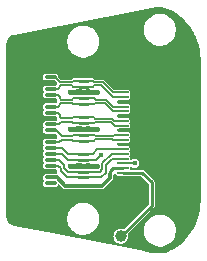
<source format=gbr>
%TF.GenerationSoftware,KiCad,Pcbnew,8.99.0-344-gfbc433deaa*%
%TF.CreationDate,2024-04-11T03:20:37-04:00*%
%TF.ProjectId,typeC,74797065-432e-46b6-9963-61645f706362,rev?*%
%TF.SameCoordinates,Original*%
%TF.FileFunction,Copper,L1,Top*%
%TF.FilePolarity,Positive*%
%FSLAX46Y46*%
G04 Gerber Fmt 4.6, Leading zero omitted, Abs format (unit mm)*
G04 Created by KiCad (PCBNEW 8.99.0-344-gfbc433deaa) date 2024-04-11 03:20:37*
%MOMM*%
%LPD*%
G01*
G04 APERTURE LIST*
G04 Aperture macros list*
%AMRoundRect*
0 Rectangle with rounded corners*
0 $1 Rounding radius*
0 $2 $3 $4 $5 $6 $7 $8 $9 X,Y pos of 4 corners*
0 Add a 4 corners polygon primitive as box body*
4,1,4,$2,$3,$4,$5,$6,$7,$8,$9,$2,$3,0*
0 Add four circle primitives for the rounded corners*
1,1,$1+$1,$2,$3*
1,1,$1+$1,$4,$5*
1,1,$1+$1,$6,$7*
1,1,$1+$1,$8,$9*
0 Add four rect primitives between the rounded corners*
20,1,$1+$1,$2,$3,$4,$5,0*
20,1,$1+$1,$4,$5,$6,$7,0*
20,1,$1+$1,$6,$7,$8,$9,0*
20,1,$1+$1,$8,$9,$2,$3,0*%
G04 Aperture macros list end*
%TA.AperFunction,ComponentPad*%
%ADD10O,1.700000X1.200000*%
%TD*%
%TA.AperFunction,ComponentPad*%
%ADD11O,1.900000X1.200000*%
%TD*%
%TA.AperFunction,SMDPad,CuDef*%
%ADD12RoundRect,0.092000X0.408000X-0.023000X0.408000X0.023000X-0.408000X0.023000X-0.408000X-0.023000X0*%
%TD*%
%TA.AperFunction,SMDPad,CuDef*%
%ADD13RoundRect,0.062500X-0.250000X0.062500X-0.250000X-0.062500X0.250000X-0.062500X0.250000X0.062500X0*%
%TD*%
%TA.AperFunction,SMDPad,CuDef*%
%ADD14RoundRect,0.112500X-0.237500X0.112500X-0.237500X-0.112500X0.237500X-0.112500X0.237500X0.112500X0*%
%TD*%
%TA.AperFunction,SMDPad,CuDef*%
%ADD15RoundRect,0.112500X-0.175000X0.112500X-0.175000X-0.112500X0.175000X-0.112500X0.175000X0.112500X0*%
%TD*%
%TA.AperFunction,SMDPad,CuDef*%
%ADD16RoundRect,0.075000X-0.425000X0.075000X-0.425000X-0.075000X0.425000X-0.075000X0.425000X0.075000X0*%
%TD*%
%TA.AperFunction,SMDPad,CuDef*%
%ADD17RoundRect,0.325000X-0.325000X-0.675000X0.325000X-0.675000X0.325000X0.675000X-0.325000X0.675000X0*%
%TD*%
%TA.AperFunction,SMDPad,CuDef*%
%ADD18C,1.000000*%
%TD*%
%TA.AperFunction,ViaPad*%
%ADD19C,0.450000*%
%TD*%
%TA.AperFunction,Conductor*%
%ADD20C,0.127000*%
%TD*%
%TA.AperFunction,Conductor*%
%ADD21C,0.254000*%
%TD*%
%TA.AperFunction,Conductor*%
%ADD22C,0.304800*%
%TD*%
%TA.AperFunction,Conductor*%
%ADD23C,0.406400*%
%TD*%
G04 APERTURE END LIST*
D10*
%TO.P,J3,SH,SH*%
%TO.N,GND*%
X179150000Y-92570000D03*
X179150000Y-103430000D03*
D11*
X174650000Y-92570000D03*
X174650000Y-103430000D03*
D12*
%TO.P,J3,19,HPD*%
%TO.N,Net-(J3-HPD)*%
X173600000Y-101600000D03*
%TO.P,J3,18,+5V*%
%TO.N,+5V*%
X173600000Y-101200000D03*
%TO.P,J3,17,UTILITY*%
%TO.N,UTL*%
X173600000Y-100800000D03*
%TO.P,J3,16,SDA*%
%TO.N,SDA*%
X173600000Y-100400000D03*
%TO.P,J3,15,SCL*%
%TO.N,SCL*%
X173600000Y-100000000D03*
%TO.P,J3,14,CEC*%
%TO.N,CEC*%
X173600000Y-99600000D03*
%TO.P,J3,13,GND*%
%TO.N,GND*%
X173600000Y-99200000D03*
%TO.P,J3,12,CK-*%
%TO.N,TMDSClk-*%
X173600000Y-98800000D03*
%TO.P,J3,11,CK+*%
%TO.N,TMDSClk+*%
X173600000Y-98400000D03*
%TO.P,J3,10,CKS*%
%TO.N,GND*%
X173600000Y-98000000D03*
%TO.P,J3,9,D0-*%
%TO.N,TMDS0-*%
X173600000Y-97600000D03*
%TO.P,J3,8,D0+*%
%TO.N,TMDS0+*%
X173600000Y-97200000D03*
%TO.P,J3,7,D0S*%
%TO.N,GND*%
X173600000Y-96800000D03*
%TO.P,J3,6,D1-*%
%TO.N,TMDS1-*%
X173600000Y-96400000D03*
%TO.P,J3,5,D1+*%
%TO.N,TMDS1+*%
X173600000Y-96000000D03*
%TO.P,J3,4,D1S*%
%TO.N,GND*%
X173600000Y-95600000D03*
%TO.P,J3,3,D2-*%
%TO.N,TMDS2-*%
X173600000Y-95200000D03*
%TO.P,J3,2,D2+*%
%TO.N,TMDS2+*%
X173600000Y-94800000D03*
%TO.P,J3,1,D2S*%
%TO.N,GND*%
X173600000Y-94400000D03*
%TD*%
D13*
%TO.P,U3,1*%
%TO.N,CEC*%
X169850000Y-100000000D03*
%TO.P,U3,2*%
%TO.N,UTL*%
X169850000Y-100500000D03*
D14*
%TO.P,U3,3,VSS*%
%TO.N,GND*%
X169887500Y-101000000D03*
D13*
%TO.P,U3,4*%
%TO.N,SCL*%
X169850000Y-101500000D03*
%TO.P,U3,5*%
%TO.N,SDA*%
X169850000Y-102000000D03*
%TO.P,U3,6,NC*%
X170625000Y-102000000D03*
%TO.P,U3,7,NC*%
%TO.N,SCL*%
X170625000Y-101500000D03*
D15*
%TO.P,U3,8,VSS*%
%TO.N,GND*%
X170650000Y-101000000D03*
D13*
%TO.P,U3,9,NC*%
%TO.N,UTL*%
X170625000Y-100500000D03*
%TO.P,U3,10,NC*%
%TO.N,CEC*%
X170625000Y-100000000D03*
%TD*%
%TO.P,U2,1*%
%TO.N,TMDS0+*%
X169875000Y-96900000D03*
%TO.P,U2,2*%
%TO.N,TMDS0-*%
X169875000Y-97400000D03*
D14*
%TO.P,U2,3,VSS*%
%TO.N,GND*%
X169912500Y-97900000D03*
D13*
%TO.P,U2,4*%
%TO.N,TMDSClk+*%
X169875000Y-98400000D03*
%TO.P,U2,5*%
%TO.N,TMDSClk-*%
X169875000Y-98900000D03*
%TO.P,U2,6,NC*%
X170650000Y-98900000D03*
%TO.P,U2,7,NC*%
%TO.N,TMDSClk+*%
X170650000Y-98400000D03*
D15*
%TO.P,U2,8,VSS*%
%TO.N,GND*%
X170675000Y-97900000D03*
D13*
%TO.P,U2,9,NC*%
%TO.N,TMDS0-*%
X170650000Y-97400000D03*
%TO.P,U2,10,NC*%
%TO.N,TMDS0+*%
X170650000Y-96900000D03*
%TD*%
%TO.P,U1,1*%
%TO.N,TMDS2+*%
X169862500Y-93800000D03*
%TO.P,U1,2*%
%TO.N,TMDS2-*%
X169862500Y-94300000D03*
D14*
%TO.P,U1,3,VSS*%
%TO.N,GND*%
X169900000Y-94800000D03*
D13*
%TO.P,U1,4*%
%TO.N,TMDS1+*%
X169862500Y-95300000D03*
%TO.P,U1,5*%
%TO.N,TMDS1-*%
X169862500Y-95800000D03*
%TO.P,U1,6,NC*%
X170637500Y-95800000D03*
%TO.P,U1,7,NC*%
%TO.N,TMDS1+*%
X170637500Y-95300000D03*
D15*
%TO.P,U1,8,VSS*%
%TO.N,GND*%
X170662500Y-94800000D03*
D13*
%TO.P,U1,9,NC*%
%TO.N,TMDS2-*%
X170637500Y-94300000D03*
%TO.P,U1,10,NC*%
%TO.N,TMDS2+*%
X170637500Y-93800000D03*
%TD*%
D16*
%TO.P,J2,1,1*%
%TO.N,TMDS2+*%
X167500000Y-93500000D03*
%TO.P,J2,2,2*%
%TO.N,GND*%
X167500000Y-94000000D03*
%TO.P,J2,3,3*%
%TO.N,TMDS2-*%
X167500000Y-94500000D03*
%TO.P,J2,4,4*%
%TO.N,TMDS1+*%
X167500000Y-95000000D03*
%TO.P,J2,5,5*%
%TO.N,GND*%
X167500000Y-95500000D03*
%TO.P,J2,6,6*%
%TO.N,TMDS1-*%
X167500000Y-96000000D03*
%TO.P,J2,7,7*%
%TO.N,TMDS0+*%
X167500000Y-96500000D03*
%TO.P,J2,8,8*%
%TO.N,GND*%
X167500000Y-97000000D03*
%TO.P,J2,9,9*%
%TO.N,TMDS0-*%
X167500000Y-97500000D03*
%TO.P,J2,10,10*%
%TO.N,TMDSClk+*%
X167500000Y-98000000D03*
%TO.P,J2,11,11*%
%TO.N,GND*%
X167500000Y-98500000D03*
%TO.P,J2,12,12*%
%TO.N,TMDSClk-*%
X167500000Y-99000000D03*
%TO.P,J2,13,13*%
%TO.N,CEC*%
X167500000Y-99500000D03*
%TO.P,J2,14,14*%
%TO.N,UTL*%
X167500000Y-100000000D03*
%TO.P,J2,15,15*%
%TO.N,SCL*%
X167500000Y-100500000D03*
%TO.P,J2,16,16*%
%TO.N,SDA*%
X167500000Y-101000000D03*
%TO.P,J2,17,17*%
%TO.N,GND*%
X167500000Y-101500000D03*
%TO.P,J2,18,18*%
%TO.N,+5V*%
X167500000Y-102000000D03*
%TO.P,J2,19,19*%
%TO.N,unconnected-(J2-Pad19)*%
X167500000Y-102500000D03*
D17*
%TO.P,J2,MP1,MP1*%
%TO.N,GND*%
X164800000Y-91200000D03*
%TO.P,J2,MP2,MP2*%
X164800000Y-104800000D03*
%TD*%
D18*
%TO.P,HPD1,1,1*%
%TO.N,Net-(J3-HPD)*%
X173438318Y-106991566D03*
%TD*%
D19*
%TO.N,GND*%
X175134020Y-107650075D03*
X174751883Y-88670615D03*
X168250000Y-90000000D03*
X167848915Y-106073925D03*
X171971781Y-106874535D03*
X178850000Y-101600000D03*
X176650000Y-100300000D03*
X178750000Y-98400000D03*
X176650000Y-97100000D03*
X174500000Y-94400000D03*
X174500000Y-95600000D03*
X174500000Y-96800000D03*
X174500000Y-98000000D03*
X174500000Y-99200000D03*
%TO.N,UTL*%
X174600000Y-100800000D03*
X171750000Y-100100000D03*
%TO.N,GND*%
X174650000Y-91200000D03*
X176650000Y-94400000D03*
X172130000Y-103910000D03*
X172350000Y-89000000D03*
X166600000Y-97000000D03*
X166600000Y-95500000D03*
X168480000Y-92500000D03*
X164850000Y-97330000D03*
X166600000Y-98500000D03*
X166190000Y-92440000D03*
X171400000Y-97900000D03*
X166600000Y-101500000D03*
X164830000Y-99920000D03*
X179020000Y-106260000D03*
X169100000Y-94800000D03*
X165530000Y-102750000D03*
X166600000Y-94000000D03*
X168220000Y-103810000D03*
X166130000Y-105130000D03*
X178850000Y-95500000D03*
X179200000Y-91200000D03*
X171400000Y-101000000D03*
X169100000Y-101000000D03*
X171400000Y-94800000D03*
X164850000Y-94780000D03*
X172000000Y-92500000D03*
X174450000Y-104800000D03*
X169100000Y-97900000D03*
X166100000Y-90430000D03*
X178350000Y-89100000D03*
%TD*%
D20*
%TO.N,UTL*%
X171350000Y-100500000D02*
X170625000Y-100500000D01*
X171750000Y-100100000D02*
X171350000Y-100500000D01*
%TO.N,SDA*%
X172700000Y-100400000D02*
X173600000Y-100400000D01*
X172150000Y-100950000D02*
X172700000Y-100400000D01*
X171750000Y-102000000D02*
X172150000Y-101600000D01*
X170625000Y-102000000D02*
X171750000Y-102000000D01*
X172150000Y-101600000D02*
X172150000Y-100950000D01*
%TO.N,SCL*%
X171650000Y-101500000D02*
X170625000Y-101500000D01*
X171866699Y-101283301D02*
X171650000Y-101500000D01*
X171866699Y-100783301D02*
X171866699Y-101283301D01*
X172650000Y-100000000D02*
X171866699Y-100783301D01*
X173600000Y-100000000D02*
X172650000Y-100000000D01*
%TO.N,TMDS0-*%
X171160000Y-97400000D02*
X170650000Y-97400000D01*
X171280000Y-97280000D02*
X171160000Y-97400000D01*
X172940790Y-97600000D02*
X172620790Y-97280000D01*
X173450000Y-97600000D02*
X172940790Y-97600000D01*
X172620790Y-97280000D02*
X171280000Y-97280000D01*
%TO.N,TMDS0+*%
X172900000Y-97200000D02*
X173450000Y-97200000D01*
X172720000Y-97020000D02*
X172900000Y-97200000D01*
X171274000Y-97020000D02*
X172720000Y-97020000D01*
X171154000Y-96900000D02*
X171274000Y-97020000D01*
X170650000Y-96900000D02*
X171154000Y-96900000D01*
%TO.N,TMDSClk-*%
X172750000Y-98750000D02*
X171280000Y-98750000D01*
X172800000Y-98800000D02*
X172750000Y-98750000D01*
X173450000Y-98800000D02*
X172800000Y-98800000D01*
X171280000Y-98750000D02*
X171130000Y-98900000D01*
X171130000Y-98900000D02*
X170650000Y-98900000D01*
%TO.N,TMDSClk+*%
X172846000Y-98400000D02*
X173450000Y-98400000D01*
X172750000Y-98496000D02*
X172846000Y-98400000D01*
X171296000Y-98496000D02*
X172750000Y-98496000D01*
X171200000Y-98400000D02*
X171296000Y-98496000D01*
X170650000Y-98400000D02*
X171200000Y-98400000D01*
%TO.N,TMDS2+*%
X172750000Y-94800000D02*
X173600000Y-94800000D01*
X171200000Y-93946000D02*
X171896000Y-93946000D01*
X171054000Y-93800000D02*
X171200000Y-93946000D01*
X170637500Y-93800000D02*
X171054000Y-93800000D01*
X171896000Y-93946000D02*
X172750000Y-94800000D01*
%TO.N,TMDS2-*%
X171200000Y-94200000D02*
X171100000Y-94300000D01*
X171790790Y-94200000D02*
X171200000Y-94200000D01*
X172790790Y-95200000D02*
X171790790Y-94200000D01*
X171100000Y-94300000D02*
X170637500Y-94300000D01*
X173600000Y-95200000D02*
X172790790Y-95200000D01*
%TO.N,TMDS1+*%
X172750000Y-96000000D02*
X173600000Y-96000000D01*
X172196000Y-95446000D02*
X172750000Y-96000000D01*
X171300000Y-95446000D02*
X172196000Y-95446000D01*
X171154000Y-95300000D02*
X171300000Y-95446000D01*
X170637500Y-95300000D02*
X171154000Y-95300000D01*
%TO.N,TMDS1-*%
X171200000Y-95800000D02*
X170637500Y-95800000D01*
X172090790Y-95700000D02*
X171300000Y-95700000D01*
X172790790Y-96400000D02*
X172090790Y-95700000D01*
X171300000Y-95700000D02*
X171200000Y-95800000D01*
X173600000Y-96400000D02*
X172790790Y-96400000D01*
D21*
%TO.N,GND*%
X173600000Y-96800000D02*
X174350000Y-96800000D01*
X173600000Y-98000000D02*
X174350000Y-98000000D01*
X173600000Y-99200000D02*
X174350000Y-99200000D01*
D20*
%TO.N,CEC*%
X171450000Y-99600000D02*
X173600000Y-99600000D01*
X171050000Y-100000000D02*
X171450000Y-99600000D01*
X170625000Y-100000000D02*
X171050000Y-100000000D01*
%TO.N,UTL*%
X173600000Y-100800000D02*
X174450000Y-100800000D01*
D21*
%TO.N,+5V*%
X172525858Y-101424142D02*
X172525858Y-101700000D01*
X172750000Y-101200000D02*
X172525858Y-101424142D01*
X173600000Y-101200000D02*
X172750000Y-101200000D01*
%TO.N,Net-(J3-HPD)*%
X176050000Y-102400000D02*
X176050000Y-104379884D01*
X176050000Y-104379884D02*
X173438318Y-106991566D01*
X175250000Y-101600000D02*
X176050000Y-102400000D01*
X173600000Y-101600000D02*
X175250000Y-101600000D01*
%TO.N,GND*%
X173450000Y-94400000D02*
X174350000Y-94400000D01*
X173450000Y-95600000D02*
X174350000Y-95600000D01*
D22*
%TO.N,+5V*%
X172525858Y-102024142D02*
X172525858Y-101700000D01*
X171850000Y-102700000D02*
X172525858Y-102024142D01*
X168750000Y-102700000D02*
X171850000Y-102700000D01*
X168050000Y-102000000D02*
X168750000Y-102700000D01*
X167500000Y-102000000D02*
X168050000Y-102000000D01*
D20*
%TO.N,TMDS2+*%
X169446000Y-93800000D02*
X169862500Y-93800000D01*
X168323552Y-93946000D02*
X169300000Y-93946000D01*
D21*
X169862500Y-93800000D02*
X170637500Y-93800000D01*
D20*
X169300000Y-93946000D02*
X169446000Y-93800000D01*
X167500000Y-93500000D02*
X167877552Y-93500000D01*
X167877552Y-93500000D02*
X168323552Y-93946000D01*
%TO.N,TMDS2-*%
X168100000Y-94500000D02*
X168400000Y-94200000D01*
D21*
X169862500Y-94300000D02*
X170637500Y-94300000D01*
D20*
X167500000Y-94500000D02*
X168100000Y-94500000D01*
X169300000Y-94200000D02*
X169400000Y-94300000D01*
X169400000Y-94300000D02*
X169862500Y-94300000D01*
X168400000Y-94200000D02*
X169300000Y-94200000D01*
%TO.N,TMDS0-*%
X169400000Y-97400000D02*
X169875000Y-97400000D01*
D21*
X169875000Y-97400000D02*
X170650000Y-97400000D01*
D20*
X168400000Y-97300000D02*
X169300000Y-97300000D01*
X169300000Y-97300000D02*
X169400000Y-97400000D01*
X168200000Y-97500000D02*
X168400000Y-97300000D01*
X167500000Y-97500000D02*
X168200000Y-97500000D01*
D21*
%TO.N,TMDSClk-*%
X169875000Y-98900000D02*
X170650000Y-98900000D01*
D20*
X169300000Y-98800000D02*
X169400000Y-98900000D01*
X169400000Y-98900000D02*
X169875000Y-98900000D01*
X168220000Y-99000000D02*
X168420000Y-98800000D01*
X167500000Y-99000000D02*
X168220000Y-99000000D01*
X168420000Y-98800000D02*
X169300000Y-98800000D01*
D23*
%TO.N,GND*%
X170675000Y-97900000D02*
X171400000Y-97900000D01*
X169900000Y-94800000D02*
X170662500Y-94800000D01*
X169887500Y-101000000D02*
X170650000Y-101000000D01*
X170662500Y-94800000D02*
X171400000Y-94800000D01*
X169912500Y-97900000D02*
X170675000Y-97900000D01*
D22*
X167500000Y-94000000D02*
X166600000Y-94000000D01*
D23*
X169887500Y-101000000D02*
X169100000Y-101000000D01*
X169900000Y-94800000D02*
X169100000Y-94800000D01*
D22*
X167500000Y-95500000D02*
X166600000Y-95500000D01*
D23*
X170650000Y-101000000D02*
X171400000Y-101000000D01*
D22*
X167500000Y-97000000D02*
X166600000Y-97000000D01*
D23*
X169912500Y-97900000D02*
X169100000Y-97900000D01*
D22*
X167500000Y-101500000D02*
X166600000Y-101500000D01*
X167500000Y-98500000D02*
X166600000Y-98500000D01*
D21*
%TO.N,TMDSClk+*%
X169875000Y-98400000D02*
X170650000Y-98400000D01*
D20*
X168420000Y-98500000D02*
X167920000Y-98000000D01*
X169400000Y-98400000D02*
X169300000Y-98500000D01*
X169300000Y-98500000D02*
X168420000Y-98500000D01*
X167920000Y-98000000D02*
X167500000Y-98000000D01*
X169875000Y-98400000D02*
X169400000Y-98400000D01*
%TO.N,SCL*%
X168200000Y-100500000D02*
X168636500Y-100936500D01*
X168944512Y-101500000D02*
X169850000Y-101500000D01*
X168636500Y-101191988D02*
X168944512Y-101500000D01*
X168636500Y-100936500D02*
X168636500Y-101191988D01*
X167500000Y-100500000D02*
X168200000Y-100500000D01*
D21*
X169850000Y-101500000D02*
X170625000Y-101500000D01*
D20*
%TO.N,SDA*%
X168346000Y-101200000D02*
X168346000Y-101446000D01*
X168146000Y-101000000D02*
X168346000Y-101200000D01*
D21*
X169850000Y-102000000D02*
X170625000Y-102000000D01*
D20*
X168346000Y-101446000D02*
X168900000Y-102000000D01*
X168900000Y-102000000D02*
X169850000Y-102000000D01*
X167500000Y-101000000D02*
X168146000Y-101000000D01*
%TO.N,TMDS1-*%
X168100000Y-96000000D02*
X168400000Y-95700000D01*
X169400000Y-95800000D02*
X169862500Y-95800000D01*
X169300000Y-95700000D02*
X169400000Y-95800000D01*
X167500000Y-96000000D02*
X168100000Y-96000000D01*
X168400000Y-95700000D02*
X169300000Y-95700000D01*
D21*
X169862500Y-95800000D02*
X170637500Y-95800000D01*
D20*
%TO.N,TMDS0+*%
X168300000Y-96900000D02*
X168300000Y-96700000D01*
X169875000Y-96900000D02*
X169400000Y-96900000D01*
X169300000Y-97000000D02*
X168400000Y-97000000D01*
X168100000Y-96500000D02*
X167500000Y-96500000D01*
X169400000Y-96900000D02*
X169300000Y-97000000D01*
X168400000Y-97000000D02*
X168300000Y-96900000D01*
D21*
X169875000Y-96900000D02*
X170650000Y-96900000D01*
D20*
X168300000Y-96700000D02*
X168100000Y-96500000D01*
%TO.N,TMDS1+*%
X168400000Y-95400000D02*
X168275532Y-95275532D01*
X169300000Y-95400000D02*
X168400000Y-95400000D01*
X168275532Y-95275532D02*
X168275532Y-95145271D01*
X168130261Y-95000000D02*
X167500000Y-95000000D01*
D21*
X169862500Y-95300000D02*
X170637500Y-95300000D01*
D20*
X168275532Y-95145271D02*
X168130261Y-95000000D01*
X169862500Y-95300000D02*
X169400000Y-95300000D01*
X169400000Y-95300000D02*
X169300000Y-95400000D01*
%TO.N,CEC*%
X167500000Y-99500000D02*
X168500000Y-99500000D01*
X169000000Y-100000000D02*
X169850000Y-100000000D01*
D21*
X169850000Y-100000000D02*
X170625000Y-100000000D01*
D20*
X168500000Y-99500000D02*
X169000000Y-100000000D01*
%TO.N,UTL*%
X168940790Y-100500000D02*
X169850000Y-100500000D01*
X168440790Y-100000000D02*
X168940790Y-100500000D01*
X167500000Y-100000000D02*
X168440790Y-100000000D01*
D21*
X169850000Y-100500000D02*
X170625000Y-100500000D01*
%TD*%
%TA.AperFunction,Conductor*%
%TO.N,GND*%
G36*
X176604446Y-87583439D02*
G01*
X176877317Y-87600298D01*
X176883633Y-87601013D01*
X177153362Y-87645551D01*
X177159578Y-87646906D01*
X177423385Y-87718663D01*
X177429424Y-87720642D01*
X177595416Y-87784550D01*
X177684543Y-87818866D01*
X177690362Y-87821454D01*
X177821773Y-87888116D01*
X177934161Y-87945129D01*
X177939680Y-87948291D01*
X178169644Y-88096144D01*
X178174803Y-88099845D01*
X178361092Y-88248446D01*
X178389468Y-88271081D01*
X178391907Y-88273130D01*
X178560846Y-88422594D01*
X178560846Y-88422595D01*
X178593454Y-88451445D01*
X178595397Y-88453238D01*
X178881785Y-88729074D01*
X178885436Y-88732901D01*
X179146598Y-89030961D01*
X179149912Y-89035083D01*
X179384933Y-89354150D01*
X179387887Y-89358537D01*
X179491493Y-89527440D01*
X179548397Y-89620208D01*
X179595100Y-89696344D01*
X179597668Y-89700960D01*
X179655586Y-89816241D01*
X179775574Y-90055071D01*
X179777746Y-90059893D01*
X179925074Y-90427773D01*
X179926831Y-90432762D01*
X180042528Y-90811780D01*
X180043856Y-90816897D01*
X180051075Y-90850498D01*
X180127095Y-91204351D01*
X180127986Y-91209564D01*
X180178169Y-91602661D01*
X180178616Y-91607932D01*
X180182862Y-91708215D01*
X180188888Y-91850500D01*
X180195444Y-92005295D01*
X180195500Y-92007939D01*
X180195500Y-103992172D01*
X180195444Y-103994816D01*
X180178621Y-104392067D01*
X180178174Y-104397338D01*
X180127991Y-104790436D01*
X180127100Y-104795649D01*
X180043861Y-105183101D01*
X180042532Y-105188220D01*
X179926835Y-105567239D01*
X179925078Y-105572228D01*
X179777751Y-105940108D01*
X179775579Y-105944930D01*
X179597673Y-106299040D01*
X179595101Y-106303661D01*
X179387895Y-106641460D01*
X179384941Y-106645848D01*
X179149916Y-106964919D01*
X179146602Y-106969041D01*
X178885440Y-107267101D01*
X178881789Y-107270928D01*
X178595483Y-107546685D01*
X178593540Y-107548479D01*
X178427661Y-107695235D01*
X178427655Y-107695240D01*
X178400893Y-107718918D01*
X178400888Y-107718922D01*
X178392181Y-107726624D01*
X178389748Y-107728668D01*
X178174794Y-107900151D01*
X178169619Y-107903865D01*
X177939680Y-108051713D01*
X177934155Y-108054880D01*
X177690356Y-108178564D01*
X177684537Y-108181152D01*
X177429424Y-108279380D01*
X177423371Y-108281363D01*
X177159578Y-108353120D01*
X177153356Y-108354476D01*
X176883636Y-108399015D01*
X176877307Y-108399731D01*
X176604451Y-108416590D01*
X176598083Y-108416658D01*
X176324935Y-108405662D01*
X176318592Y-108405082D01*
X176046915Y-108366191D01*
X176043777Y-108365660D01*
X176026140Y-108362211D01*
X176026138Y-108362209D01*
X176026138Y-108362210D01*
X176019673Y-108360946D01*
X175997823Y-108356672D01*
X175997812Y-108356671D01*
X175094487Y-108180006D01*
X167227584Y-106641460D01*
X164359934Y-106080628D01*
X164353966Y-106079153D01*
X164222516Y-106039706D01*
X164211157Y-106035037D01*
X164092696Y-105972102D01*
X164082470Y-105965303D01*
X163978603Y-105880421D01*
X163969902Y-105871753D01*
X163884631Y-105768188D01*
X163877795Y-105757986D01*
X163814427Y-105639759D01*
X163809717Y-105628418D01*
X163802986Y-105606284D01*
X168899500Y-105606284D01*
X168899501Y-105606300D01*
X168932753Y-105816240D01*
X168932753Y-105816241D01*
X168998442Y-106018410D01*
X168998446Y-106018418D01*
X169094949Y-106207817D01*
X169219897Y-106379794D01*
X169370205Y-106530102D01*
X169542182Y-106655050D01*
X169542184Y-106655051D01*
X169731588Y-106751557D01*
X169933757Y-106817246D01*
X170022244Y-106831261D01*
X170143699Y-106850498D01*
X170143705Y-106850498D01*
X170143713Y-106850500D01*
X170143715Y-106850500D01*
X170356285Y-106850500D01*
X170356287Y-106850500D01*
X170566243Y-106817246D01*
X170768412Y-106751557D01*
X170957816Y-106655051D01*
X171129792Y-106530104D01*
X171280104Y-106379792D01*
X171405051Y-106207816D01*
X171501557Y-106018412D01*
X171567246Y-105816243D01*
X171600500Y-105606287D01*
X171600500Y-105393713D01*
X171592831Y-105345296D01*
X171567246Y-105183759D01*
X171567246Y-105183758D01*
X171566920Y-105182753D01*
X171501557Y-104981588D01*
X171405051Y-104792184D01*
X171280104Y-104620208D01*
X171280102Y-104620205D01*
X171129794Y-104469897D01*
X170957817Y-104344949D01*
X170768418Y-104248446D01*
X170768410Y-104248442D01*
X170566241Y-104182753D01*
X170356300Y-104149501D01*
X170356288Y-104149500D01*
X170356287Y-104149500D01*
X170143713Y-104149500D01*
X170143711Y-104149500D01*
X170143699Y-104149501D01*
X169933759Y-104182753D01*
X169933758Y-104182753D01*
X169731589Y-104248442D01*
X169731581Y-104248446D01*
X169542182Y-104344949D01*
X169370205Y-104469897D01*
X169219897Y-104620205D01*
X169094949Y-104792182D01*
X168998446Y-104981581D01*
X168998442Y-104981589D01*
X168932753Y-105183758D01*
X168932753Y-105183759D01*
X168899501Y-105393699D01*
X168899500Y-105393715D01*
X168899500Y-105606284D01*
X163802986Y-105606284D01*
X163770689Y-105500080D01*
X163768287Y-105488036D01*
X163754802Y-105351436D01*
X163754500Y-105345296D01*
X163754500Y-102594944D01*
X166872500Y-102594944D01*
X166884248Y-102654010D01*
X166884249Y-102654012D01*
X166929006Y-102720994D01*
X166995988Y-102765751D01*
X167055056Y-102777500D01*
X167055057Y-102777500D01*
X167944943Y-102777500D01*
X167944944Y-102777500D01*
X168004012Y-102765751D01*
X168070994Y-102720994D01*
X168115751Y-102654012D01*
X168124864Y-102608195D01*
X168151438Y-102568423D01*
X168198354Y-102559090D01*
X168230356Y-102576195D01*
X168375154Y-102720993D01*
X168578137Y-102923976D01*
X168599411Y-102936257D01*
X168614987Y-102945250D01*
X168614988Y-102945251D01*
X168641963Y-102960825D01*
X168713144Y-102979899D01*
X168713150Y-102979900D01*
X171886850Y-102979900D01*
X171886855Y-102979899D01*
X171908002Y-102974232D01*
X171958037Y-102960825D01*
X172021862Y-102923976D01*
X172749834Y-102196004D01*
X172786683Y-102132179D01*
X172805758Y-102060992D01*
X172805758Y-101987292D01*
X172805758Y-101766137D01*
X172824064Y-101721943D01*
X172867661Y-101703640D01*
X172947382Y-101702881D01*
X172991747Y-101720765D01*
X172999943Y-101730655D01*
X173033749Y-101781250D01*
X173106353Y-101829763D01*
X173106355Y-101829764D01*
X173170383Y-101842500D01*
X173507973Y-101842499D01*
X173531890Y-101847256D01*
X173549377Y-101854500D01*
X175118694Y-101854500D01*
X175162888Y-101872806D01*
X175777194Y-102487112D01*
X175795500Y-102531306D01*
X175795500Y-104248577D01*
X175777194Y-104292771D01*
X173692979Y-106376985D01*
X173648785Y-106395291D01*
X173633828Y-106393475D01*
X173514513Y-106364066D01*
X173514510Y-106364066D01*
X173362126Y-106364066D01*
X173362123Y-106364066D01*
X173214168Y-106400534D01*
X173079239Y-106471349D01*
X172965179Y-106572398D01*
X172965175Y-106572402D01*
X172878614Y-106697806D01*
X172852775Y-106765940D01*
X172824578Y-106840291D01*
X172824576Y-106840295D01*
X172824575Y-106840299D01*
X172806209Y-106991562D01*
X172806209Y-106991569D01*
X172824575Y-107142832D01*
X172824576Y-107142836D01*
X172824576Y-107142837D01*
X172824577Y-107142840D01*
X172867245Y-107255348D01*
X172878614Y-107285325D01*
X172965175Y-107410729D01*
X172965178Y-107410732D01*
X173079239Y-107511782D01*
X173214169Y-107582598D01*
X173362126Y-107619066D01*
X173362128Y-107619066D01*
X173514508Y-107619066D01*
X173514510Y-107619066D01*
X173662467Y-107582598D01*
X173797397Y-107511782D01*
X173911458Y-107410732D01*
X173998023Y-107285322D01*
X174052059Y-107142840D01*
X174067167Y-107018418D01*
X174070427Y-106991569D01*
X174070427Y-106991562D01*
X174052060Y-106840299D01*
X174052059Y-106840295D01*
X174052059Y-106840292D01*
X174038190Y-106803722D01*
X174039634Y-106755910D01*
X174052431Y-106737369D01*
X174183516Y-106606284D01*
X175399500Y-106606284D01*
X175399501Y-106606300D01*
X175432753Y-106816240D01*
X175432753Y-106816241D01*
X175498442Y-107018410D01*
X175498446Y-107018418D01*
X175594949Y-107207817D01*
X175719897Y-107379794D01*
X175870205Y-107530102D01*
X176042182Y-107655050D01*
X176042184Y-107655051D01*
X176231588Y-107751557D01*
X176433757Y-107817246D01*
X176522244Y-107831261D01*
X176643699Y-107850498D01*
X176643705Y-107850498D01*
X176643713Y-107850500D01*
X176643715Y-107850500D01*
X176856285Y-107850500D01*
X176856287Y-107850500D01*
X177066243Y-107817246D01*
X177268412Y-107751557D01*
X177457816Y-107655051D01*
X177629792Y-107530104D01*
X177780104Y-107379792D01*
X177905051Y-107207816D01*
X178001557Y-107018412D01*
X178067246Y-106816243D01*
X178100500Y-106606287D01*
X178100500Y-106393713D01*
X178100462Y-106393475D01*
X178071057Y-106207817D01*
X178067246Y-106183757D01*
X178001557Y-105981588D01*
X177905051Y-105792184D01*
X177884159Y-105763429D01*
X177780102Y-105620205D01*
X177629794Y-105469897D01*
X177457817Y-105344949D01*
X177268418Y-105248446D01*
X177268410Y-105248442D01*
X177066241Y-105182753D01*
X176856300Y-105149501D01*
X176856288Y-105149500D01*
X176856287Y-105149500D01*
X176643713Y-105149500D01*
X176643711Y-105149500D01*
X176643699Y-105149501D01*
X176433759Y-105182753D01*
X176433758Y-105182753D01*
X176231589Y-105248442D01*
X176231581Y-105248446D01*
X176042182Y-105344949D01*
X175870205Y-105469897D01*
X175719897Y-105620205D01*
X175594949Y-105792182D01*
X175498446Y-105981581D01*
X175498442Y-105981589D01*
X175432753Y-106183758D01*
X175432753Y-106183759D01*
X175399501Y-106393699D01*
X175399500Y-106393715D01*
X175399500Y-106606284D01*
X174183516Y-106606284D01*
X176185371Y-104604428D01*
X176185374Y-104604427D01*
X176194162Y-104595639D01*
X176194163Y-104595639D01*
X176265755Y-104524047D01*
X176304500Y-104430507D01*
X176304500Y-102457904D01*
X176304501Y-102457895D01*
X176304501Y-102349377D01*
X176304500Y-102349374D01*
X176265757Y-102255840D01*
X176265753Y-102255835D01*
X175394164Y-101384246D01*
X175394163Y-101384245D01*
X175300623Y-101345500D01*
X175300622Y-101345500D01*
X174283590Y-101345500D01*
X174239396Y-101327194D01*
X174221090Y-101283000D01*
X174222291Y-101270808D01*
X174227499Y-101244620D01*
X174227500Y-101244617D01*
X174227499Y-101155384D01*
X174227498Y-101155382D01*
X174227198Y-101152331D01*
X174228324Y-101152219D01*
X174236916Y-101108965D01*
X174276682Y-101082377D01*
X174323601Y-101091696D01*
X174333087Y-101099479D01*
X174361658Y-101128050D01*
X174474696Y-101185646D01*
X174600000Y-101205492D01*
X174725304Y-101185646D01*
X174838342Y-101128050D01*
X174928050Y-101038342D01*
X174985646Y-100925304D01*
X175005492Y-100800000D01*
X174985646Y-100674696D01*
X174928050Y-100561658D01*
X174838342Y-100471950D01*
X174725304Y-100414354D01*
X174600000Y-100394508D01*
X174474695Y-100414354D01*
X174474694Y-100414354D01*
X174361657Y-100471950D01*
X174333088Y-100500519D01*
X174288894Y-100518824D01*
X174244700Y-100500517D01*
X174226395Y-100456323D01*
X174227247Y-100447677D01*
X174227199Y-100447673D01*
X174227498Y-100444626D01*
X174227500Y-100444617D01*
X174227499Y-100355384D01*
X174214764Y-100291355D01*
X174176924Y-100234724D01*
X174167591Y-100187808D01*
X174176924Y-100165276D01*
X174189198Y-100146906D01*
X174214764Y-100108645D01*
X174227500Y-100044617D01*
X174227499Y-99955384D01*
X174214764Y-99891355D01*
X174176924Y-99834724D01*
X174167591Y-99787808D01*
X174176924Y-99765276D01*
X174189198Y-99746906D01*
X174214764Y-99708645D01*
X174227500Y-99644617D01*
X174227499Y-99555384D01*
X174214764Y-99491355D01*
X174214762Y-99491352D01*
X174166250Y-99418749D01*
X174093646Y-99370236D01*
X174093644Y-99370235D01*
X174029617Y-99357500D01*
X173295073Y-99357500D01*
X173250879Y-99339194D01*
X173232575Y-99295453D01*
X173232497Y-99284723D01*
X173231198Y-99105451D01*
X173249183Y-99061126D01*
X173293243Y-99042501D01*
X173293696Y-99042499D01*
X174029615Y-99042499D01*
X174029616Y-99042499D01*
X174093645Y-99029764D01*
X174166250Y-98981250D01*
X174214764Y-98908645D01*
X174227500Y-98844617D01*
X174227499Y-98755384D01*
X174214764Y-98691355D01*
X174176924Y-98634724D01*
X174167591Y-98587808D01*
X174176924Y-98565276D01*
X174189198Y-98546906D01*
X174214764Y-98508645D01*
X174227500Y-98444617D01*
X174227499Y-98355384D01*
X174214764Y-98291355D01*
X174197655Y-98265750D01*
X174166250Y-98218749D01*
X174093646Y-98170236D01*
X174093644Y-98170235D01*
X174029617Y-98157500D01*
X173286378Y-98157500D01*
X173242184Y-98139194D01*
X173223880Y-98095453D01*
X173222503Y-97905452D01*
X173240488Y-97861126D01*
X173284548Y-97842501D01*
X173285001Y-97842499D01*
X174029615Y-97842499D01*
X174029616Y-97842499D01*
X174093645Y-97829764D01*
X174166250Y-97781250D01*
X174214764Y-97708645D01*
X174227500Y-97644617D01*
X174227499Y-97555384D01*
X174214764Y-97491355D01*
X174176924Y-97434724D01*
X174167591Y-97387808D01*
X174176924Y-97365276D01*
X174189812Y-97345988D01*
X174214764Y-97308645D01*
X174227500Y-97244617D01*
X174227499Y-97155384D01*
X174214764Y-97091355D01*
X174214762Y-97091352D01*
X174166250Y-97018749D01*
X174093646Y-96970236D01*
X174093644Y-96970235D01*
X174029617Y-96957500D01*
X173277682Y-96957500D01*
X173233488Y-96939194D01*
X173215184Y-96895453D01*
X173213807Y-96705452D01*
X173231792Y-96661126D01*
X173275852Y-96642501D01*
X173276305Y-96642499D01*
X174029615Y-96642499D01*
X174029616Y-96642499D01*
X174093645Y-96629764D01*
X174166250Y-96581250D01*
X174214764Y-96508645D01*
X174227500Y-96444617D01*
X174227499Y-96355384D01*
X174214764Y-96291355D01*
X174176924Y-96234724D01*
X174167591Y-96187808D01*
X174176924Y-96165276D01*
X174189198Y-96146906D01*
X174214764Y-96108645D01*
X174227500Y-96044617D01*
X174227499Y-95955384D01*
X174214764Y-95891355D01*
X174184451Y-95845989D01*
X174166250Y-95818749D01*
X174093646Y-95770236D01*
X174093644Y-95770235D01*
X174029617Y-95757500D01*
X173268986Y-95757500D01*
X173224792Y-95739194D01*
X173206488Y-95695453D01*
X173205111Y-95505452D01*
X173223096Y-95461126D01*
X173267156Y-95442501D01*
X173267609Y-95442499D01*
X174029615Y-95442499D01*
X174029616Y-95442499D01*
X174093645Y-95429764D01*
X174166250Y-95381250D01*
X174214764Y-95308645D01*
X174227500Y-95244617D01*
X174227499Y-95155384D01*
X174214764Y-95091355D01*
X174176924Y-95034724D01*
X174167591Y-94987808D01*
X174176924Y-94965276D01*
X174189198Y-94946906D01*
X174214764Y-94908645D01*
X174227500Y-94844617D01*
X174227499Y-94755384D01*
X174214764Y-94691355D01*
X174189812Y-94654012D01*
X174166250Y-94618749D01*
X174093646Y-94570236D01*
X174093644Y-94570235D01*
X174029617Y-94557500D01*
X173170385Y-94557500D01*
X173170381Y-94557501D01*
X173106356Y-94570235D01*
X173106351Y-94570237D01*
X173064107Y-94598466D01*
X173029383Y-94609000D01*
X172855003Y-94609000D01*
X172810809Y-94590694D01*
X172004194Y-93784079D01*
X172004193Y-93784078D01*
X171933992Y-93755000D01*
X171933991Y-93755000D01*
X171305003Y-93755000D01*
X171260809Y-93736694D01*
X171162194Y-93638079D01*
X171162193Y-93638078D01*
X171091992Y-93609000D01*
X171091991Y-93609000D01*
X171056135Y-93609000D01*
X171021413Y-93598467D01*
X170961634Y-93558524D01*
X170961633Y-93558523D01*
X170906212Y-93547500D01*
X170704334Y-93547500D01*
X170692141Y-93546299D01*
X170688124Y-93545500D01*
X170688123Y-93545500D01*
X169811877Y-93545500D01*
X169811876Y-93545500D01*
X169807859Y-93546299D01*
X169795666Y-93547500D01*
X169593788Y-93547500D01*
X169538367Y-93558523D01*
X169538366Y-93558524D01*
X169478586Y-93598467D01*
X169443865Y-93609000D01*
X169408008Y-93609000D01*
X169337808Y-93638077D01*
X169337805Y-93638079D01*
X169239191Y-93736694D01*
X169194997Y-93755000D01*
X168428555Y-93755000D01*
X168384361Y-93736694D01*
X168145806Y-93498139D01*
X168127500Y-93453945D01*
X168127500Y-93405057D01*
X168127500Y-93405056D01*
X168115751Y-93345988D01*
X168070994Y-93279006D01*
X168004012Y-93234249D01*
X168004010Y-93234248D01*
X167944944Y-93222500D01*
X167055056Y-93222500D01*
X167055055Y-93222500D01*
X166995989Y-93234248D01*
X166995988Y-93234249D01*
X166929006Y-93279006D01*
X166884249Y-93345988D01*
X166884248Y-93345989D01*
X166872500Y-93405055D01*
X166872500Y-93594944D01*
X166884248Y-93654010D01*
X166884249Y-93654012D01*
X166929006Y-93720994D01*
X166995988Y-93765751D01*
X167055056Y-93777500D01*
X167859049Y-93777500D01*
X167903243Y-93795806D01*
X167981694Y-93874257D01*
X168000000Y-93918451D01*
X168000000Y-94160000D01*
X167981694Y-94204194D01*
X167937500Y-94222500D01*
X167055055Y-94222500D01*
X166995989Y-94234248D01*
X166995988Y-94234249D01*
X166929006Y-94279006D01*
X166884249Y-94345988D01*
X166884248Y-94345989D01*
X166872500Y-94405055D01*
X166872500Y-94594944D01*
X166884248Y-94654010D01*
X166884250Y-94654014D01*
X166925185Y-94715277D01*
X166934517Y-94762193D01*
X166925185Y-94784723D01*
X166884250Y-94845985D01*
X166884248Y-94845989D01*
X166872500Y-94905055D01*
X166872500Y-95094944D01*
X166884248Y-95154010D01*
X166884249Y-95154012D01*
X166929006Y-95220994D01*
X166995988Y-95265751D01*
X167055056Y-95277500D01*
X167055057Y-95277500D01*
X167937500Y-95277500D01*
X167981694Y-95295806D01*
X168000000Y-95340000D01*
X168000000Y-95660000D01*
X167981694Y-95704194D01*
X167937500Y-95722500D01*
X167055055Y-95722500D01*
X166995989Y-95734248D01*
X166995988Y-95734249D01*
X166929006Y-95779006D01*
X166884249Y-95845988D01*
X166884248Y-95845989D01*
X166872500Y-95905055D01*
X166872500Y-96094944D01*
X166884248Y-96154010D01*
X166884250Y-96154014D01*
X166925185Y-96215277D01*
X166934517Y-96262193D01*
X166925185Y-96284723D01*
X166884250Y-96345985D01*
X166884248Y-96345989D01*
X166872500Y-96405055D01*
X166872500Y-96594944D01*
X166884248Y-96654010D01*
X166884249Y-96654012D01*
X166929006Y-96720994D01*
X166995988Y-96765751D01*
X167055056Y-96777500D01*
X167055057Y-96777500D01*
X167937500Y-96777500D01*
X167981694Y-96795806D01*
X168000000Y-96840000D01*
X168000000Y-97160000D01*
X167981694Y-97204194D01*
X167937500Y-97222500D01*
X167055055Y-97222500D01*
X166995989Y-97234248D01*
X166995988Y-97234249D01*
X166929006Y-97279006D01*
X166884249Y-97345988D01*
X166884248Y-97345989D01*
X166872500Y-97405055D01*
X166872500Y-97594944D01*
X166884248Y-97654010D01*
X166884250Y-97654014D01*
X166925185Y-97715277D01*
X166934517Y-97762193D01*
X166925185Y-97784723D01*
X166884250Y-97845985D01*
X166884248Y-97845989D01*
X166872500Y-97905055D01*
X166872500Y-98094944D01*
X166884248Y-98154010D01*
X166884249Y-98154012D01*
X166929006Y-98220994D01*
X166995988Y-98265751D01*
X167055056Y-98277500D01*
X167901497Y-98277500D01*
X167945691Y-98295806D01*
X167981694Y-98331809D01*
X168000000Y-98376003D01*
X168000000Y-98660000D01*
X167981694Y-98704194D01*
X167937500Y-98722500D01*
X167055055Y-98722500D01*
X166995989Y-98734248D01*
X166995988Y-98734249D01*
X166929006Y-98779006D01*
X166884249Y-98845988D01*
X166884248Y-98845989D01*
X166872500Y-98905055D01*
X166872500Y-99094944D01*
X166884248Y-99154010D01*
X166884250Y-99154014D01*
X166925185Y-99215277D01*
X166934517Y-99262193D01*
X166925185Y-99284723D01*
X166884250Y-99345985D01*
X166884248Y-99345989D01*
X166872500Y-99405055D01*
X166872500Y-99594944D01*
X166884248Y-99654010D01*
X166884250Y-99654014D01*
X166925185Y-99715277D01*
X166934517Y-99762193D01*
X166925185Y-99784723D01*
X166884250Y-99845985D01*
X166884248Y-99845989D01*
X166872500Y-99905055D01*
X166872500Y-100094944D01*
X166884248Y-100154010D01*
X166884250Y-100154014D01*
X166925185Y-100215277D01*
X166934517Y-100262193D01*
X166925185Y-100284723D01*
X166884250Y-100345985D01*
X166884248Y-100345989D01*
X166872500Y-100405055D01*
X166872500Y-100594944D01*
X166884248Y-100654010D01*
X166884250Y-100654014D01*
X166925185Y-100715277D01*
X166934517Y-100762193D01*
X166925185Y-100784723D01*
X166884250Y-100845985D01*
X166884248Y-100845989D01*
X166872500Y-100905055D01*
X166872500Y-101094944D01*
X166884248Y-101154010D01*
X166884249Y-101154012D01*
X166929006Y-101220994D01*
X166995988Y-101265751D01*
X167055056Y-101277500D01*
X167055057Y-101277500D01*
X167937500Y-101277500D01*
X167981694Y-101295806D01*
X168000000Y-101340000D01*
X168000000Y-101657600D01*
X167981694Y-101701794D01*
X167937500Y-101720100D01*
X167463146Y-101720100D01*
X167462145Y-101720369D01*
X167445965Y-101722500D01*
X167055055Y-101722500D01*
X166995989Y-101734248D01*
X166995988Y-101734249D01*
X166929006Y-101779006D01*
X166884249Y-101845988D01*
X166884248Y-101845989D01*
X166872500Y-101905055D01*
X166872500Y-102094944D01*
X166884248Y-102154010D01*
X166884250Y-102154014D01*
X166925185Y-102215277D01*
X166934517Y-102262193D01*
X166925185Y-102284723D01*
X166884250Y-102345985D01*
X166884248Y-102345989D01*
X166872500Y-102405055D01*
X166872500Y-102594944D01*
X163754500Y-102594944D01*
X163754500Y-90654681D01*
X163754802Y-90648541D01*
X163758974Y-90606284D01*
X168899500Y-90606284D01*
X168899501Y-90606300D01*
X168932753Y-90816240D01*
X168932753Y-90816241D01*
X168998442Y-91018410D01*
X168998446Y-91018418D01*
X169094949Y-91207817D01*
X169219897Y-91379794D01*
X169370205Y-91530102D01*
X169542182Y-91655050D01*
X169542184Y-91655051D01*
X169731588Y-91751557D01*
X169933757Y-91817246D01*
X170022244Y-91831261D01*
X170143699Y-91850498D01*
X170143705Y-91850498D01*
X170143713Y-91850500D01*
X170143715Y-91850500D01*
X170356285Y-91850500D01*
X170356287Y-91850500D01*
X170566243Y-91817246D01*
X170768412Y-91751557D01*
X170957816Y-91655051D01*
X171129792Y-91530104D01*
X171280104Y-91379792D01*
X171405051Y-91207816D01*
X171501557Y-91018412D01*
X171567246Y-90816243D01*
X171600500Y-90606287D01*
X171600500Y-90393713D01*
X171598295Y-90379794D01*
X171576472Y-90242007D01*
X171567246Y-90183757D01*
X171501557Y-89981588D01*
X171405051Y-89792184D01*
X171280104Y-89620208D01*
X171280102Y-89620205D01*
X171266181Y-89606284D01*
X175399500Y-89606284D01*
X175399501Y-89606300D01*
X175432753Y-89816240D01*
X175432753Y-89816241D01*
X175498442Y-90018410D01*
X175498446Y-90018418D01*
X175594949Y-90207817D01*
X175719897Y-90379794D01*
X175870205Y-90530102D01*
X176042182Y-90655050D01*
X176042184Y-90655051D01*
X176231588Y-90751557D01*
X176433757Y-90817246D01*
X176522244Y-90831261D01*
X176643699Y-90850498D01*
X176643705Y-90850498D01*
X176643713Y-90850500D01*
X176643715Y-90850500D01*
X176856285Y-90850500D01*
X176856287Y-90850500D01*
X177066243Y-90817246D01*
X177268412Y-90751557D01*
X177457816Y-90655051D01*
X177629792Y-90530104D01*
X177780104Y-90379792D01*
X177905051Y-90207816D01*
X178001557Y-90018412D01*
X178067246Y-89816243D01*
X178100500Y-89606287D01*
X178100500Y-89393713D01*
X178092776Y-89344949D01*
X178067246Y-89183759D01*
X178067246Y-89183758D01*
X178066920Y-89182753D01*
X178001557Y-88981588D01*
X177905051Y-88792184D01*
X177859199Y-88729074D01*
X177780102Y-88620205D01*
X177629794Y-88469897D01*
X177457817Y-88344949D01*
X177268418Y-88248446D01*
X177268410Y-88248442D01*
X177066241Y-88182753D01*
X176856300Y-88149501D01*
X176856288Y-88149500D01*
X176856287Y-88149500D01*
X176643713Y-88149500D01*
X176643711Y-88149500D01*
X176643699Y-88149501D01*
X176433759Y-88182753D01*
X176433758Y-88182753D01*
X176231589Y-88248442D01*
X176231581Y-88248446D01*
X176042182Y-88344949D01*
X175870205Y-88469897D01*
X175719897Y-88620205D01*
X175594949Y-88792182D01*
X175498446Y-88981581D01*
X175498442Y-88981589D01*
X175432753Y-89183758D01*
X175432753Y-89183759D01*
X175399501Y-89393699D01*
X175399500Y-89393715D01*
X175399500Y-89606284D01*
X171266181Y-89606284D01*
X171129794Y-89469897D01*
X170957817Y-89344949D01*
X170768418Y-89248446D01*
X170768410Y-89248442D01*
X170566241Y-89182753D01*
X170356300Y-89149501D01*
X170356288Y-89149500D01*
X170356287Y-89149500D01*
X170143713Y-89149500D01*
X170143711Y-89149500D01*
X170143699Y-89149501D01*
X169933759Y-89182753D01*
X169933758Y-89182753D01*
X169731589Y-89248442D01*
X169731581Y-89248446D01*
X169542182Y-89344949D01*
X169370205Y-89469897D01*
X169219897Y-89620205D01*
X169094949Y-89792182D01*
X168998446Y-89981581D01*
X168998442Y-89981589D01*
X168932753Y-90183758D01*
X168932753Y-90183759D01*
X168899501Y-90393699D01*
X168899500Y-90393715D01*
X168899500Y-90606284D01*
X163758974Y-90606284D01*
X163768285Y-90511961D01*
X163770687Y-90499919D01*
X163809716Y-90371574D01*
X163814422Y-90360244D01*
X163877800Y-90241997D01*
X163884624Y-90231815D01*
X163969904Y-90128241D01*
X163978586Y-90119590D01*
X164082478Y-90034687D01*
X164092690Y-90027898D01*
X164211160Y-89964958D01*
X164222511Y-89960292D01*
X164353970Y-89920843D01*
X164359898Y-89919377D01*
X176043277Y-87634436D01*
X176046395Y-87633908D01*
X176318610Y-87594945D01*
X176324920Y-87594368D01*
X176598093Y-87583372D01*
X176604446Y-87583439D01*
G37*
%TD.AperFunction*%
%TD*%
M02*

</source>
